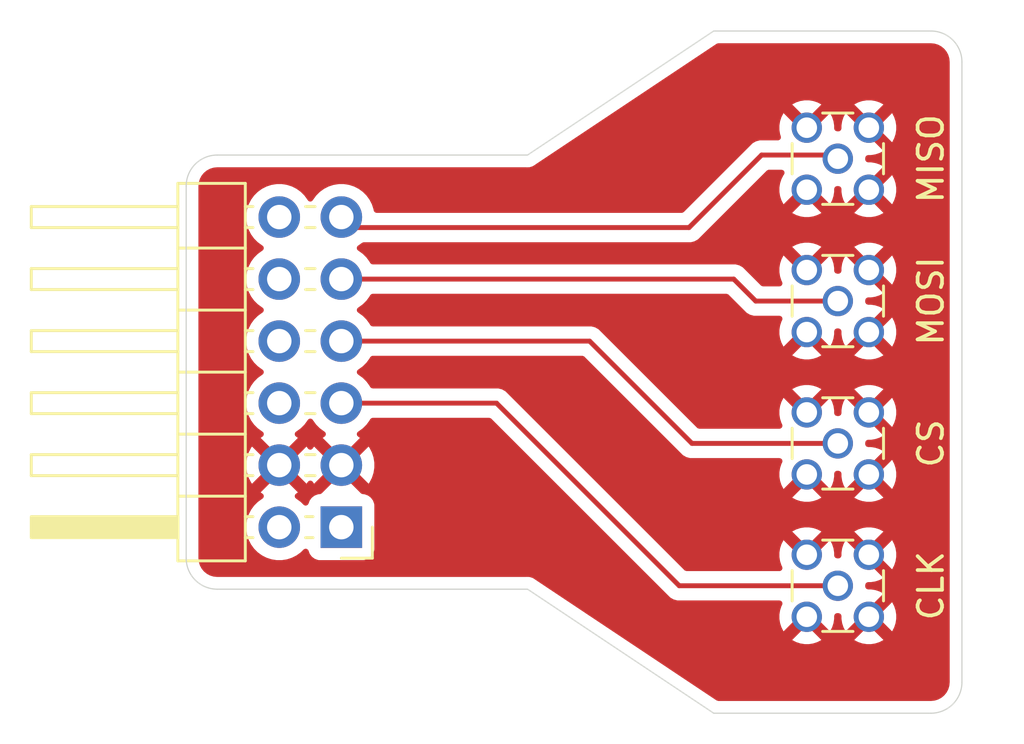
<source format=kicad_pcb>
(kicad_pcb (version 20241229) (generator "pcbnew") (generator_version "9.0")
  (layers (0 "F.Cu" signal) (2 "B.Cu" signal) (13 "F.Paste" user) (15 "B.Paste" user) (5 "F.SilkS" user "F.Silkscreen") (7 "B.SilkS" user "B.Silkscreen") (1 "F.Mask" user) (3 "B.Mask" user) (25 "Edge.Cuts" user))
  (net 0 "")
  (net 7 "GND")
  (net 8 "Net-(J1-Pin_7)")
  (net 9 "Net-(J1-Pin_11)")
  (net 10 "Net-(J1-Pin_9)")
  (net 11 "Net-(J1-Pin_5)")
  (footprint "Connector_Coaxial:MMCX_Molex_73415-1471_Vertical" (layer "F.Cu") (at 172.72 72.77 180)
    (property "Reference" "CS" (at -3.81 0 90) (layer "F.SilkS"))
    (property "Value" "Conn_Coaxial_Small")
    (fp_line (start 1.87 0.62) (end 1.87 -0.62) (stroke (width 0.12)) (layer "F.SilkS"))
    (fp_line (start 0.62 1.87) (end -0.62 1.87) (stroke (width 0.12)) (layer "F.SilkS"))
    (fp_line (start 0.62 -1.87) (end -0.62 -1.87) (stroke (width 0.12)) (layer "F.SilkS"))
    (fp_line (start -1.87 0.62) (end -1.87 -0.62) (stroke (width 0.12)) (layer "F.SilkS"))
    (pad "1" thru_hole circle (at 0 0 180) (size 1.24 1.24) (drill 0.84) (layers "*.Cu" "*.Mask") (net 8 "Net-(J1-Pin_7)"))
    (pad "2" thru_hole circle (at -1.27 -1.27 180) (size 1.24 1.24) (drill 0.84) (layers "*.Cu" "*.Mask") (net 7 "GND"))
    (pad "2" thru_hole circle (at -1.27 1.27 180) (size 1.24 1.24) (drill 0.84) (layers "*.Cu" "*.Mask") (net 7 "GND"))
    (pad "2" thru_hole circle (at 1.27 -1.27 180) (size 1.24 1.24) (drill 0.84) (layers "*.Cu" "*.Mask") (net 7 "GND"))
    (pad "2" thru_hole circle (at 1.27 1.27 180) (size 1.24 1.24) (drill 0.84) (layers "*.Cu" "*.Mask") (net 7 "GND"))
  )
  (footprint "Connector_Coaxial:MMCX_Molex_73415-1471_Vertical" (layer "F.Cu") (at 172.72 78.6 180)
    (property "Reference" "CLK" (at -3.81 0 90) (layer "F.SilkS"))
    (property "Value" "Conn_Coaxial_Small")
    (fp_line (start 1.87 0.62) (end 1.87 -0.62) (stroke (width 0.12)) (layer "F.SilkS"))
    (fp_line (start 0.62 1.87) (end -0.62 1.87) (stroke (width 0.12)) (layer "F.SilkS"))
    (fp_line (start 0.62 -1.87) (end -0.62 -1.87) (stroke (width 0.12)) (layer "F.SilkS"))
    (fp_line (start -1.87 0.62) (end -1.87 -0.62) (stroke (width 0.12)) (layer "F.SilkS"))
    (pad "1" thru_hole circle (at 0 0 180) (size 1.24 1.24) (drill 0.84) (layers "*.Cu" "*.Mask") (net 11 "Net-(J1-Pin_5)"))
    (pad "2" thru_hole circle (at -1.27 -1.27 180) (size 1.24 1.24) (drill 0.84) (layers "*.Cu" "*.Mask") (net 7 "GND"))
    (pad "2" thru_hole circle (at -1.27 1.27 180) (size 1.24 1.24) (drill 0.84) (layers "*.Cu" "*.Mask") (net 7 "GND"))
    (pad "2" thru_hole circle (at 1.27 -1.27 180) (size 1.24 1.24) (drill 0.84) (layers "*.Cu" "*.Mask") (net 7 "GND"))
    (pad "2" thru_hole circle (at 1.27 1.27 180) (size 1.24 1.24) (drill 0.84) (layers "*.Cu" "*.Mask") (net 7 "GND"))
  )
  (footprint "Connector_Coaxial:MMCX_Molex_73415-1471_Vertical" (layer "F.Cu") (at 172.72 66.94 180)
    (property "Reference" "MOSI" (at -3.81 0 90) (layer "F.SilkS"))
    (property "Value" "Conn_Coaxial_Small")
    (fp_line (start 1.87 0.62) (end 1.87 -0.62) (stroke (width 0.12)) (layer "F.SilkS"))
    (fp_line (start 0.62 1.87) (end -0.62 1.87) (stroke (width 0.12)) (layer "F.SilkS"))
    (fp_line (start 0.62 -1.87) (end -0.62 -1.87) (stroke (width 0.12)) (layer "F.SilkS"))
    (fp_line (start -1.87 0.62) (end -1.87 -0.62) (stroke (width 0.12)) (layer "F.SilkS"))
    (pad "1" thru_hole circle (at 0 0 180) (size 1.24 1.24) (drill 0.84) (layers "*.Cu" "*.Mask") (net 10 "Net-(J1-Pin_9)"))
    (pad "2" thru_hole circle (at -1.27 -1.27 180) (size 1.24 1.24) (drill 0.84) (layers "*.Cu" "*.Mask") (net 7 "GND"))
    (pad "2" thru_hole circle (at -1.27 1.27 180) (size 1.24 1.24) (drill 0.84) (layers "*.Cu" "*.Mask") (net 7 "GND"))
    (pad "2" thru_hole circle (at 1.27 -1.27 180) (size 1.24 1.24) (drill 0.84) (layers "*.Cu" "*.Mask") (net 7 "GND"))
    (pad "2" thru_hole circle (at 1.27 1.27 180) (size 1.24 1.24) (drill 0.84) (layers "*.Cu" "*.Mask") (net 7 "GND"))
  )
  (footprint "Connector_Coaxial:MMCX_Molex_73415-1471_Vertical" (layer "F.Cu") (at 172.72 61.11 180)
    (property "Reference" "MISO" (at -3.81 0 90) (layer "F.SilkS"))
    (property "Value" "Conn_Coaxial_Small")
    (fp_line (start 1.87 0.62) (end 1.87 -0.62) (stroke (width 0.12)) (layer "F.SilkS"))
    (fp_line (start 0.62 1.87) (end -0.62 1.87) (stroke (width 0.12)) (layer "F.SilkS"))
    (fp_line (start 0.62 -1.87) (end -0.62 -1.87) (stroke (width 0.12)) (layer "F.SilkS"))
    (fp_line (start -1.87 0.62) (end -1.87 -0.62) (stroke (width 0.12)) (layer "F.SilkS"))
    (pad "1" thru_hole circle (at 0 0 180) (size 1.24 1.24) (drill 0.84) (layers "*.Cu" "*.Mask") (net 9 "Net-(J1-Pin_11)"))
    (pad "2" thru_hole circle (at -1.27 -1.27 180) (size 1.24 1.24) (drill 0.84) (layers "*.Cu" "*.Mask") (net 7 "GND"))
    (pad "2" thru_hole circle (at -1.27 1.27 180) (size 1.24 1.24) (drill 0.84) (layers "*.Cu" "*.Mask") (net 7 "GND"))
    (pad "2" thru_hole circle (at 1.27 -1.27 180) (size 1.24 1.24) (drill 0.84) (layers "*.Cu" "*.Mask") (net 7 "GND"))
    (pad "2" thru_hole circle (at 1.27 1.27 180) (size 1.24 1.24) (drill 0.84) (layers "*.Cu" "*.Mask") (net 7 "GND"))
  )
  (footprint "Connector_PinHeader_2.54mm:PinHeader_2x06_P2.54mm_Horizontal" (layer "F.Cu") (at 152.4 76.2 180)
    (property "Reference" "J1" (hide yes))
    (property "Value" "pmod2x6socket")
    (fp_line (start 12.69 13.13) (end 6.69 13.13) (stroke (width 0.12)) (layer "F.SilkS"))
    (fp_line (start 12.69 12.27) (end 12.69 13.13) (stroke (width 0.12)) (layer "F.SilkS"))
    (fp_line (start 12.69 10.59) (end 6.69 10.59) (stroke (width 0.12)) (layer "F.SilkS"))
    (fp_line (start 12.69 9.73) (end 12.69 10.59) (stroke (width 0.12)) (layer "F.SilkS"))
    (fp_line (start 12.69 8.05) (end 6.69 8.05) (stroke (width 0.12)) (layer "F.SilkS"))
    (fp_line (start 12.69 7.19) (end 12.69 8.05) (stroke (width 0.12)) (layer "F.SilkS"))
    (fp_line (start 12.69 5.51) (end 6.69 5.51) (stroke (width 0.12)) (layer "F.SilkS"))
    (fp_line (start 12.69 4.65) (end 12.69 5.51) (stroke (width 0.12)) (layer "F.SilkS"))
    (fp_line (start 12.69 2.97) (end 6.69 2.97) (stroke (width 0.12)) (layer "F.SilkS"))
    (fp_line (start 12.69 2.11) (end 12.69 2.97) (stroke (width 0.12)) (layer "F.SilkS"))
    (fp_line (start 6.69 14.08) (end 6.69 -1.38) (stroke (width 0.12)) (layer "F.SilkS"))
    (fp_line (start 6.69 12.27) (end 12.69 12.27) (stroke (width 0.12)) (layer "F.SilkS"))
    (fp_line (start 6.69 9.73) (end 12.69 9.73) (stroke (width 0.12)) (layer "F.SilkS"))
    (fp_line (start 6.69 7.19) (end 12.69 7.19) (stroke (width 0.12)) (layer "F.SilkS"))
    (fp_line (start 6.69 4.65) (end 12.69 4.65) (stroke (width 0.12)) (layer "F.SilkS"))
    (fp_line (start 6.69 2.11) (end 12.69 2.11) (stroke (width 0.12)) (layer "F.SilkS"))
    (fp_line (start 6.69 -1.38) (end 3.93 -1.38) (stroke (width 0.12)) (layer "F.SilkS"))
    (fp_line (start 3.93 14.08) (end 6.69 14.08) (stroke (width 0.12)) (layer "F.SilkS"))
    (fp_line (start 3.93 11.43) (end 6.69 11.43) (stroke (width 0.12)) (layer "F.SilkS"))
    (fp_line (start 3.93 8.89) (end 6.69 8.89) (stroke (width 0.12)) (layer "F.SilkS"))
    (fp_line (start 3.93 6.35) (end 6.69 6.35) (stroke (width 0.12)) (layer "F.SilkS"))
    (fp_line (start 3.93 3.81) (end 6.69 3.81) (stroke (width 0.12)) (layer "F.SilkS"))
    (fp_line (start 3.93 1.27) (end 6.69 1.27) (stroke (width 0.12)) (layer "F.SilkS"))
    (fp_line (start 3.93 -1.38) (end 3.93 14.08) (stroke (width 0.12)) (layer "F.SilkS"))
    (fp_line (start 3.617358 13.13) (end 3.93 13.13) (stroke (width 0.12)) (layer "F.SilkS"))
    (fp_line (start 3.617358 12.27) (end 3.93 12.27) (stroke (width 0.12)) (layer "F.SilkS"))
    (fp_line (start 3.617358 10.59) (end 3.93 10.59) (stroke (width 0.12)) (layer "F.SilkS"))
    (fp_line (start 3.617358 9.73) (end 3.93 9.73) (stroke (width 0.12)) (layer "F.SilkS"))
    (fp_line (start 3.617358 8.05) (end 3.93 8.05) (stroke (width 0.12)) (layer "F.SilkS"))
    (fp_line (start 3.617358 7.19) (end 3.93 7.19) (stroke (width 0.12)) (layer "F.SilkS"))
    (fp_line (start 3.617358 5.51) (end 3.93 5.51) (stroke (width 0.12)) (layer "F.SilkS"))
    (fp_line (start 3.617358 4.65) (end 3.93 4.65) (stroke (width 0.12)) (layer "F.SilkS"))
    (fp_line (start 3.617358 2.97) (end 3.93 2.97) (stroke (width 0.12)) (layer "F.SilkS"))
    (fp_line (start 3.617358 2.11) (end 3.93 2.11) (stroke (width 0.12)) (layer "F.SilkS"))
    (fp_line (start 3.617358 0.43) (end 3.93 0.43) (stroke (width 0.12)) (layer "F.SilkS"))
    (fp_line (start 3.617358 -0.43) (end 3.93 -0.43) (stroke (width 0.12)) (layer "F.SilkS"))
    (fp_line (start 1.16 0.43) (end 1.462642 0.43) (stroke (width 0.12)) (layer "F.SilkS"))
    (fp_line (start 1.16 -0.43) (end 1.462642 -0.43) (stroke (width 0.12)) (layer "F.SilkS"))
    (fp_line (start 1.077358 13.13) (end 1.462642 13.13) (stroke (width 0.12)) (layer "F.SilkS"))
    (fp_line (start 1.077358 12.27) (end 1.462642 12.27) (stroke (width 0.12)) (layer "F.SilkS"))
    (fp_line (start 1.077358 10.59) (end 1.462642 10.59) (stroke (width 0.12)) (layer "F.SilkS"))
    (fp_line (start 1.077358 9.73) (end 1.462642 9.73) (stroke (width 0.12)) (layer "F.SilkS"))
    (fp_line (start 1.077358 8.05) (end 1.462642 8.05) (stroke (width 0.12)) (layer "F.SilkS"))
    (fp_line (start 1.077358 7.19) (end 1.462642 7.19) (stroke (width 0.12)) (layer "F.SilkS"))
    (fp_line (start 1.077358 5.51) (end 1.462642 5.51) (stroke (width 0.12)) (layer "F.SilkS"))
    (fp_line (start 1.077358 4.65) (end 1.462642 4.65) (stroke (width 0.12)) (layer "F.SilkS"))
    (fp_line (start 1.077358 2.97) (end 1.462642 2.97) (stroke (width 0.12)) (layer "F.SilkS"))
    (fp_line (start 1.077358 2.11) (end 1.462642 2.11) (stroke (width 0.12)) (layer "F.SilkS"))
    (fp_line (start -1.27 0) (end -1.27 -1.27) (stroke (width 0.12)) (layer "F.SilkS"))
    (fp_line (start -1.27 -1.27) (end 0 -1.27) (stroke (width 0.12)) (layer "F.SilkS"))
    (fp_rect (start 6.69 -0.43) (end 12.69 0.43) (stroke (width 0.12)) (fill yes) (layer "F.SilkS"))
    (pad "1" thru_hole rect (at 0 0 180) (size 1.7 1.7) (drill 1) (layers "*.Cu" "*.Mask"))
    (pad "2" thru_hole circle (at 2.54 0 180) (size 1.7 1.7) (drill 1) (layers "*.Cu" "*.Mask"))
    (pad "3" thru_hole circle (at 0 2.54 180) (size 1.7 1.7) (drill 1) (layers "*.Cu" "*.Mask") (net 7 "GND"))
    (pad "4" thru_hole circle (at 2.54 2.54 180) (size 1.7 1.7) (drill 1) (layers "*.Cu" "*.Mask") (net 7 "GND"))
    (pad "5" thru_hole circle (at 0 5.08 180) (size 1.7 1.7) (drill 1) (layers "*.Cu" "*.Mask") (net 11 "Net-(J1-Pin_5)"))
    (pad "6" thru_hole circle (at 2.54 5.08 180) (size 1.7 1.7) (drill 1) (layers "*.Cu" "*.Mask"))
    (pad "7" thru_hole circle (at 0 7.62 180) (size 1.7 1.7) (drill 1) (layers "*.Cu" "*.Mask") (net 8 "Net-(J1-Pin_7)"))
    (pad "8" thru_hole circle (at 2.54 7.62 180) (size 1.7 1.7) (drill 1) (layers "*.Cu" "*.Mask"))
    (pad "9" thru_hole circle (at 0 10.16 180) (size 1.7 1.7) (drill 1) (layers "*.Cu" "*.Mask") (net 10 "Net-(J1-Pin_9)"))
    (pad "10" thru_hole circle (at 2.54 10.16 180) (size 1.7 1.7) (drill 1) (layers "*.Cu" "*.Mask"))
    (pad "11" thru_hole circle (at 0 12.7 180) (size 1.7 1.7) (drill 1) (layers "*.Cu" "*.Mask") (net 9 "Net-(J1-Pin_11)"))
    (pad "12" thru_hole circle (at 2.54 12.7 180) (size 1.7 1.7) (drill 1) (layers "*.Cu" "*.Mask"))
  )
  (gr_arc (start 176.53 55.88) (mid 177.428026 56.251974) (end 177.8 57.15) (stroke (width 0.05)) (layer "Edge.Cuts"))
  (gr_arc (start 146.05 62.23) (mid 146.421974 61.331974) (end 147.32 60.96) (stroke (width 0.05)) (layer "Edge.Cuts"))
  (gr_arc (start 177.8 82.55) (mid 177.428026 83.448026) (end 176.53 83.82) (stroke (width 0.05)) (layer "Edge.Cuts"))
  (gr_line (start 177.8 82.55) (end 177.8 57.15) (stroke (width 0.05)) (layer "Edge.Cuts"))
  (gr_line (start 147.32 78.74) (end 160.02 78.74) (stroke (width 0.05)) (layer "Edge.Cuts"))
  (gr_line (start 176.53 55.88) (end 167.64 55.88) (stroke (width 0.05)) (layer "Edge.Cuts"))
  (gr_line (start 160.02 60.96) (end 147.32 60.96) (stroke (width 0.05)) (layer "Edge.Cuts"))
  (gr_arc (start 147.32 78.74) (mid 146.421974 78.368026) (end 146.05 77.47) (stroke (width 0.05)) (layer "Edge.Cuts"))
  (gr_line (start 167.64 83.82) (end 176.53 83.82) (stroke (width 0.05)) (layer "Edge.Cuts"))
  (gr_line (start 167.64 55.88) (end 160.02 60.96) (stroke (width 0.05)) (layer "Edge.Cuts"))
  (gr_line (start 160.02 78.74) (end 167.64 83.82) (stroke (width 0.05)) (layer "Edge.Cuts"))
  (gr_line (start 146.05 62.23) (end 146.05 77.47) (stroke (width 0.05)) (layer "Edge.Cuts"))
  (segment (start 162.56 68.58) (end 152.4 68.58) (width 0.2) (layer "F.Cu") (net 8))
  (segment (start 166.75 72.77) (end 162.56 68.58) (width 0.2) (layer "F.Cu") (net 8))
  (segment (start 172.72 72.77) (end 166.75 72.77) (width 0.2) (layer "F.Cu") (net 8))
  (segment (start 169.6 60.96) (end 172.57 60.96) (width 0.2) (layer "F.Cu") (net 9))
  (segment (start 172.57 60.96) (end 172.72 61.11) (width 0.2) (layer "F.Cu") (net 9))
  (segment (start 166.63 63.93) (end 169.6 60.96) (width 0.2) (layer "F.Cu") (net 9))
  (segment (start 152.4 63.5) (end 152.83 63.93) (width 0.2) (layer "F.Cu") (net 9))
  (segment (start 152.83 63.93) (end 166.63 63.93) (width 0.2) (layer "F.Cu") (net 9))
  (segment (start 168.46 66.04) (end 169.36 66.94) (width 0.2) (layer "F.Cu") (net 10))
  (segment (start 152.4 66.04) (end 168.46 66.04) (width 0.2) (layer "F.Cu") (net 10))
  (segment (start 169.36 66.94) (end 172.72 66.94) (width 0.2) (layer "F.Cu") (net 10))
  (segment (start 172.72 78.6) (end 166.23 78.6) (width 0.2) (layer "F.Cu") (net 11))
  (segment (start 166.23 78.6) (end 158.75 71.12) (width 0.2) (layer "F.Cu") (net 11))
  (segment (start 158.75 71.12) (end 152.4 71.12) (width 0.2) (layer "F.Cu") (net 11))
  (zone (net 7) (net_name "GND") (layer "F.Cu") (connect_pads (clearance 0.5)) (min_thickness 0.25) (fill yes (thermal_gap 0.5) (thermal_bridge_width 0.5))
    (polygon (pts (xy 177.8 54.61) (xy 177.8 85.09) (xy 138.43 85.09) (xy 138.43 54.61)))
  )
)
</source>
